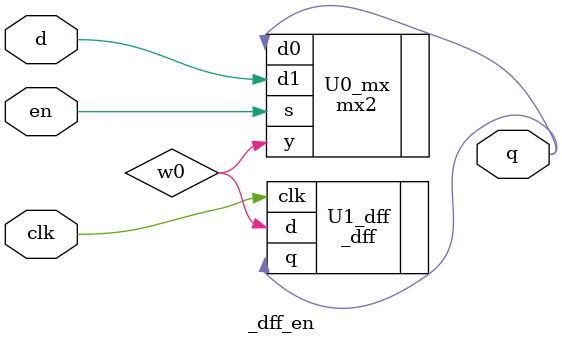
<source format=v>
module _dff_en(clk, d, q, en); // en값에 따라서 q를 출력해주는 D-flip flop

	input clk, d, en;
	output q;
	wire clk_bar, w_q;
	wire w0;
	mx2 U0_mx(.d0(q), .d1(d), .s(en), .y(w0)); // mux2를 통해서 입력을 조정 0이면 q / 1이면 d
	_dff U1_dff(.clk(clk), .d(w0), .q(q)); // mux2에서 나온 출력값을 입력으로 받아 q를 출력 
endmodule

</source>
